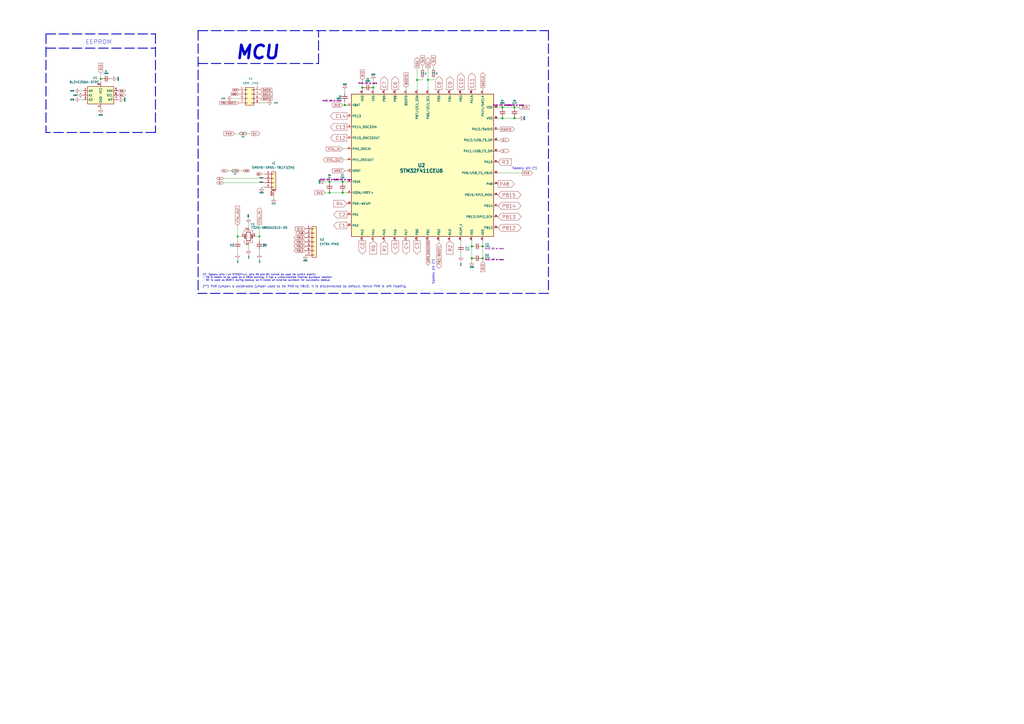
<source format=kicad_sch>
(kicad_sch (version 20210621) (generator eeschema)
  (paper "A2")
  (title_block (title "Noxary X60") (date "2021-08-26") (rev "v1.0.2") (company "Designed by Gondolindrim"))
  (lib_symbols
    (symbol "Connector_Generic:Conn_01x07" (pin_names (offset 1.016) hide)
      (property "Reference" "J" (at 0 10.16 0))
      (property "Value" "Conn_01x07" (at 0 -10.16 0))
      (symbol "Conn_01x07_1_1"
        (rectangle (start -1.27 -7.493) (end 0 -7.747) (stroke (width 0.1524)))
        (rectangle (start -1.27 -4.953) (end 0 -5.207) (stroke (width 0.1524)))
        (rectangle (start -1.27 -2.413) (end 0 -2.667) (stroke (width 0.1524)))
        (rectangle (start -1.27 0.127) (end 0 -0.127) (stroke (width 0.1524)))
        (rectangle (start -1.27 2.667) (end 0 2.413) (stroke (width 0.1524)))
        (rectangle (start -1.27 5.207) (end 0 4.953) (stroke (width 0.1524)))
        (rectangle (start -1.27 7.747) (end 0 7.493) (stroke (width 0.1524)))
        (rectangle (start -1.27 8.89) (end 1.27 -8.89) (stroke (width 0.254)) (fill (type background)))
        (pin passive line (at -5.08 7.62 0) (length 3.81) (name "Pin_1") (number "1"))
        (pin passive line (at -5.08 5.08 0) (length 3.81) (name "Pin_2") (number "2"))
        (pin passive line (at -5.08 2.54 0) (length 3.81) (name "Pin_3") (number "3"))
        (pin passive line (at -5.08 0 0) (length 3.81) (name "Pin_4") (number "4"))
        (pin passive line (at -5.08 -2.54 0) (length 3.81) (name "Pin_5") (number "5"))
        (pin passive line (at -5.08 -5.08 0) (length 3.81) (name "Pin_6") (number "6"))
        (pin passive line (at -5.08 -7.62 0) (length 3.81) (name "Pin_7") (number "7"))
      )
    )
    (symbol "Connector_Generic:Conn_02x04_Odd_Even" (pin_names (offset 1.016) hide)
      (property "Reference" "J" (at 1.27 5.08 0))
      (property "Value" "Conn_02x04_Odd_Even" (at 1.27 -7.62 0))
      (symbol "Conn_02x04_Odd_Even_1_1"
        (rectangle (start -1.27 -4.953) (end 0 -5.207) (stroke (width 0.1524)))
        (rectangle (start -1.27 -2.413) (end 0 -2.667) (stroke (width 0.1524)))
        (rectangle (start -1.27 0.127) (end 0 -0.127) (stroke (width 0.1524)))
        (rectangle (start -1.27 2.667) (end 0 2.413) (stroke (width 0.1524)))
        (rectangle (start 3.81 -4.953) (end 2.54 -5.207) (stroke (width 0.1524)))
        (rectangle (start 3.81 -2.413) (end 2.54 -2.667) (stroke (width 0.1524)))
        (rectangle (start 3.81 0.127) (end 2.54 -0.127) (stroke (width 0.1524)))
        (rectangle (start 3.81 2.667) (end 2.54 2.413) (stroke (width 0.1524)))
        (rectangle (start -1.27 3.81) (end 3.81 -6.35) (stroke (width 0.254)) (fill (type background)))
        (pin passive line (at -5.08 2.54 0) (length 3.81) (name "Pin_1") (number "1"))
        (pin passive line (at 7.62 2.54 180) (length 3.81) (name "Pin_2") (number "2"))
        (pin passive line (at -5.08 0 0) (length 3.81) (name "Pin_3") (number "3"))
        (pin passive line (at 7.62 0 180) (length 3.81) (name "Pin_4") (number "4"))
        (pin passive line (at -5.08 -2.54 0) (length 3.81) (name "Pin_5") (number "5"))
        (pin passive line (at 7.62 -2.54 180) (length 3.81) (name "Pin_6") (number "6"))
        (pin passive line (at -5.08 -5.08 0) (length 3.81) (name "Pin_7") (number "7"))
        (pin passive line (at 7.62 -5.08 180) (length 3.81) (name "Pin_8") (number "8"))
      )
    )
    (symbol "Connector_Generic_MountingPin:Conn_01x04_MountingPin" (pin_names (offset 1.016) hide)
      (property "Reference" "J" (at 0 5.08 0))
      (property "Value" "Conn_01x04_MountingPin" (at 1.27 -7.62 0))
      (symbol "Conn_01x04_MountingPin_1_1"
        (text "Mounting" (at 0 -6.731 0) (effects (font (size 0.381 0.381))))
        (rectangle (start -1.27 -4.953) (end 0 -5.207) (stroke (width 0.1524)))
        (rectangle (start -1.27 -2.413) (end 0 -2.667) (stroke (width 0.1524)))
        (rectangle (start -1.27 0.127) (end 0 -0.127) (stroke (width 0.1524)))
        (rectangle (start -1.27 2.667) (end 0 2.413) (stroke (width 0.1524)))
        (rectangle (start -1.27 3.81) (end 1.27 -6.35) (stroke (width 0.254)) (fill (type background)))
        (polyline (pts (xy -1.016 -7.112) (xy 1.016 -7.112)) (stroke (width 0.1524)))
        (pin passive line (at -5.08 2.54 0) (length 3.81) (name "Pin_1") (number "1"))
        (pin passive line (at -5.08 0 0) (length 3.81) (name "Pin_2") (number "2"))
        (pin passive line (at -5.08 -2.54 0) (length 3.81) (name "Pin_3") (number "3"))
        (pin passive line (at -5.08 -5.08 0) (length 3.81) (name "Pin_4") (number "4"))
        (pin passive line (at 0 -10.16 90) (length 3.048) (name "MountPin") (number "MP"))
      )
    )
    (symbol "Device:C_Small" (pin_numbers hide) (pin_names (offset 0.254) hide)
      (property "Reference" "C" (at 0.254 1.778 0))
      (property "Value" "C_Small" (at 0.254 -2.032 0))
      (symbol "C_Small_0_1"
        (polyline (pts (xy -1.524 -0.508) (xy 1.524 -0.508)) (stroke (width 0.3302)))
        (polyline (pts (xy -1.524 0.508) (xy 1.524 0.508)) (stroke (width 0.3048)))
      )
      (symbol "C_Small_1_1"
        (pin passive line (at 0 2.54 270) (length 2.032) (name "~") (number "1"))
        (pin passive line (at 0 -2.54 90) (length 2.032) (name "~") (number "2"))
      )
    )
    (symbol "Device:Crystal_GND24" (pin_names (offset 1.016) hide)
      (property "Reference" "Y" (at 3.175 5.08 0))
      (property "Value" "Crystal_GND24" (at 3.175 3.175 0))
      (symbol "Crystal_GND24_0_1"
        (rectangle (start -1.143 2.54) (end 1.143 -2.54) (stroke (width 0.3048)))
        (polyline (pts (xy -2.54 0) (xy -2.032 0)))
        (polyline (pts (xy -2.032 -1.27) (xy -2.032 1.27)) (stroke (width 0.508)))
        (polyline (pts (xy 0 -3.81) (xy 0 -3.556)))
        (polyline (pts (xy 0 3.556) (xy 0 3.81)))
        (polyline (pts (xy 2.032 -1.27) (xy 2.032 1.27)) (stroke (width 0.508)))
        (polyline (pts (xy 2.032 0) (xy 2.54 0)))
        (polyline (pts (xy -2.54 -2.286) (xy -2.54 -3.556) (xy 2.54 -3.556) (xy 2.54 -2.286)))
        (polyline (pts (xy -2.54 2.286) (xy -2.54 3.556) (xy 2.54 3.556) (xy 2.54 2.286)))
      )
      (symbol "Crystal_GND24_1_1"
        (pin passive line (at -3.81 0 0) (length 1.27) (name "1") (number "1"))
        (pin passive line (at 0 5.08 270) (length 1.27) (name "2") (number "2"))
        (pin passive line (at 3.81 0 180) (length 1.27) (name "3") (number "3"))
        (pin passive line (at 0 -5.08 90) (length 1.27) (name "4") (number "4"))
      )
    )
    (symbol "Device:R_Small" (pin_numbers hide) (pin_names (offset 0.254) hide)
      (property "Reference" "R" (at 0.762 0.508 0))
      (property "Value" "R_Small" (at 0.762 -1.016 0))
      (symbol "R_Small_0_1"
        (rectangle (start -0.762 1.778) (end 0.762 -1.778) (stroke (width 0.2032)))
      )
      (symbol "R_Small_1_1"
        (pin passive line (at 0 2.54 270) (length 0.762) (name "~") (number "1"))
        (pin passive line (at 0 -2.54 90) (length 0.762) (name "~") (number "2"))
      )
    )
    (symbol "Memory_EEPROM:24LC256"
      (property "Reference" "U" (at -6.35 6.35 0))
      (property "Value" "24LC256" (at 1.27 6.35 0))
      (symbol "24LC256_1_1"
        (rectangle (start -7.62 5.08) (end 7.62 -5.08) (stroke (width 0.254)) (fill (type background)))
        (pin input line (at -10.16 2.54 0) (length 2.54) (name "A0") (number "1"))
        (pin input line (at -10.16 0 0) (length 2.54) (name "A1") (number "2"))
        (pin input line (at -10.16 -2.54 0) (length 2.54) (name "A2") (number "3"))
        (pin power_in line (at 0 -7.62 90) (length 2.54) (name "GND") (number "4"))
        (pin bidirectional line (at 10.16 2.54 180) (length 2.54) (name "SDA") (number "5"))
        (pin input line (at 10.16 0 180) (length 2.54) (name "SCL") (number "6"))
        (pin input line (at 10.16 -2.54 180) (length 2.54) (name "WP") (number "7"))
        (pin power_in line (at 0 7.62 270) (length 2.54) (name "VCC") (number "8"))
      )
    )
    (symbol "acheron_Symbols:STM32F411-48"
      (property "Reference" "U2" (at 0 1.905 0))
      (property "Value" "STM32F411-48" (at 0 -2.54 0))
      (symbol "STM32F411-48_0_1"
        (rectangle (start 41.91 41.91) (end -40.64 -40.64) (stroke (width 0.3048)) (fill (type background)))
      )
      (symbol "STM32F411-48_1_1"
        (pin power_in line (at -43.18 35.56 0) (length 2.54) (name "VBAT") (number "1"))
        (pin bidirectional line (at -43.18 -21.59 0) (length 2.54) (name "PA0-WKUP") (number "10"))
        (pin bidirectional line (at -43.18 -27.94 0) (length 2.54) (name "PA1") (number "11"))
        (pin bidirectional line (at -43.18 -34.29 0) (length 2.54) (name "PA2") (number "12"))
        (pin bidirectional line (at -34.29 -43.18 90) (length 2.54) (name "PA3") (number "13"))
        (pin bidirectional line (at -27.94 -43.18 90) (length 2.54) (name "PA4") (number "14"))
        (pin bidirectional line (at -21.59 -43.18 90) (length 2.54) (name "PA5") (number "15"))
        (pin bidirectional line (at -15.24 -43.18 90) (length 2.54) (name "PA6") (number "16"))
        (pin bidirectional line (at -8.89 -43.18 90) (length 2.54) (name "PA7") (number "17"))
        (pin bidirectional line (at -2.54 -43.18 90) (length 2.54) (name "PB0") (number "18"))
        (pin bidirectional line (at 3.81 -43.18 90) (length 2.54) (name "PB1") (number "19"))
        (pin bidirectional line (at -43.18 29.21 0) (length 2.54) (name "PC13") (number "2"))
        (pin bidirectional line (at 10.16 -43.18 90) (length 2.54) (name "PB2") (number "20"))
        (pin bidirectional line (at 16.51 -43.18 90) (length 2.54) (name "B10") (number "21"))
        (pin output line (at 22.86 -43.18 90) (length 2.54) (name "VCAP_1") (number "22"))
        (pin power_out line (at 29.21 -43.18 90) (length 2.54) (name "VSS") (number "23"))
        (pin power_in line (at 35.56 -43.18 90) (length 2.54) (name "VDD") (number "24"))
        (pin bidirectional line (at 44.45 -35.56 180) (length 2.54) (name "PB12") (number "25"))
        (pin bidirectional line (at 44.45 -29.21 180) (length 2.54) (name "PB13") (number "26") (alternate "PB13/SPI2_SCK" bidirectional line))
        (pin bidirectional line (at 44.45 -22.86 180) (length 2.54) (name "PB14") (number "27"))
        (pin bidirectional line (at 44.45 -16.51 180) (length 2.54) (name "PB15") (number "28") (alternate "PB15/SPI2_MOSI" bidirectional line))
        (pin bidirectional line (at 44.45 -10.16 180) (length 2.54) (name "PA8") (number "29"))
        (pin bidirectional line (at -43.18 22.86 0) (length 2.54) (name "PC14_OSC32IN") (number "3"))
        (pin bidirectional line (at 44.45 -3.81 180) (length 2.54) (name "PA9") (number "30") (alternate "PA9/USB_FS_VBUS" bidirectional line))
        (pin bidirectional line (at 44.45 2.54 180) (length 2.54) (name "PA10") (number "31"))
        (pin bidirectional line (at 44.45 8.89 180) (length 2.54) (name "PA11") (number "32") (alternate "PA11/USB_FS_DM" bidirectional line))
        (pin bidirectional line (at 44.45 15.24 180) (length 2.54) (name "PA12") (number "33") (alternate "PA12/USB_FS_DP" bidirectional line))
        (pin bidirectional line (at 44.45 21.59 180) (length 2.54) (name "PA13") (number "34") (alternate "PA12/SWDIO" bidirectional line))
        (pin power_in line (at 44.45 27.94 180) (length 2.54) (name "VSS") (number "35"))
        (pin power_out line (at 44.45 34.29 180) (length 2.54) (name "VDD") (number "36"))
        (pin bidirectional line (at 35.56 44.45 270) (length 2.54) (name "PA14") (number "37") (alternate "PA14/SWCLK" output line))
        (pin bidirectional line (at 29.21 44.45 270) (length 2.54) (name "PA15") (number "38"))
        (pin bidirectional line (at 22.86 44.45 270) (length 2.54) (name "PB3") (number "39"))
        (pin bidirectional line (at -43.18 16.51 0) (length 2.54) (name "PC15_OSC32OUT") (number "4"))
        (pin bidirectional line (at 16.51 44.45 270) (length 2.54) (name "PB4") (number "40"))
        (pin bidirectional line (at 10.16 44.45 270) (length 2.54) (name "PB5") (number "41"))
        (pin bidirectional line (at 3.81 44.45 270) (length 2.54) (name "PB6") (number "42") (alternate "PB6/I2C1_SCL" bidirectional line))
        (pin bidirectional line (at -2.54 44.45 270) (length 2.54) (name "PB7") (number "43") (alternate "PB7/I2C1_SDA" bidirectional line))
        (pin input line (at -8.89 44.45 270) (length 2.54) (name "BOOT0") (number "44"))
        (pin bidirectional line (at -15.24 44.45 270) (length 2.54) (name "PB8") (number "45"))
        (pin input line (at -21.59 44.45 270) (length 2.54) (name "PB9") (number "46"))
        (pin power_in line (at -27.94 44.45 270) (length 2.54) (name "VSS") (number "47"))
        (pin power_out line (at -34.29 44.45 270) (length 2.54) (name "VDD") (number "48"))
        (pin input line (at -43.18 10.16 0) (length 2.54) (name "PH0_OSCIN") (number "5"))
        (pin output line (at -43.18 3.81 0) (length 2.54) (name "PH1_OSCOUT") (number "6"))
        (pin input inverted (at -43.18 -2.54 0) (length 2.54) (name "NRST") (number "7"))
        (pin power_in line (at -43.18 -8.89 0) (length 2.54) (name "VSSA") (number "8"))
        (pin power_in line (at -43.18 -15.24 0) (length 2.54) (name "VDDA/VREF+") (number "9"))
      )
    )
    (symbol "power:GND" (power) (pin_names (offset 0))
      (property "Value" "GND" (at 0 -3.81 0))
      (symbol "GND_0_1"
        (polyline (pts (xy 0 0) (xy 0 -1.27) (xy 1.27 -1.27) (xy 0 -2.54) (xy -1.27 -1.27) (xy 0 -1.27)))
      )
      (symbol "GND_1_1"
        (pin power_in line (at 0 0 270) (length 0) hide (name "GND") (number "1"))
      )
    )
  )
  (junction (at 58.42 45.72) (diameter 0.9144))
  (junction (at 137.795 137.16) (diameter 0.9144))
  (junction (at 150.495 137.16) (diameter 0.9144))
  (junction (at 191.135 105.41) (diameter 1.016))
  (junction (at 191.135 111.76) (diameter 1.016))
  (junction (at 198.755 105.41) (diameter 1.016))
  (junction (at 198.755 111.76) (diameter 1.016))
  (junction (at 200.025 60.96) (diameter 1.016))
  (junction (at 210.185 50.8) (diameter 1.016))
  (junction (at 216.535 50.8) (diameter 1.016))
  (junction (at 241.935 46.355) (diameter 0.9144))
  (junction (at 248.285 46.355) (diameter 0.9144))
  (junction (at 273.685 142.875) (diameter 1.016))
  (junction (at 273.685 149.86) (diameter 1.016))
  (junction (at 280.035 142.875) (diameter 1.016))
  (junction (at 280.035 149.86) (diameter 1.016))
  (junction (at 291.465 62.23) (diameter 1.016))
  (junction (at 291.465 68.58) (diameter 1.016))
  (junction (at 298.45 62.23) (diameter 1.016))
  (junction (at 298.45 68.58) (diameter 1.016))
  (wire (pts (xy 46.355 52.705) (xy 48.26 52.705)))
  (wire (pts (xy 46.355 57.785) (xy 48.26 57.785)))
  (wire (pts (xy 58.42 42.545) (xy 58.42 45.72)))
  (wire (pts (xy 58.42 45.72) (xy 58.42 47.625)))
  (wire (pts (xy 58.42 45.72) (xy 59.055 45.72)))
  (wire (pts (xy 64.135 45.72) (xy 64.77 45.72)))
  (wire (pts (xy 129.54 103.505) (xy 153.67 103.505)))
  (wire (pts (xy 129.54 106.045) (xy 153.67 106.045)))
  (wire (pts (xy 133.985 99.06) (xy 132.08 99.06)))
  (wire (pts (xy 134.62 57.15) (xy 138.43 57.15)))
  (wire (pts (xy 135.89 77.47) (xy 138.43 77.47)))
  (wire (pts (xy 137.795 130.81) (xy 137.795 137.16)))
  (wire (pts (xy 137.795 137.16) (xy 140.335 137.16)))
  (wire (pts (xy 137.795 139.7) (xy 137.795 137.16)))
  (wire (pts (xy 137.795 147.32) (xy 137.795 144.78)))
  (wire (pts (xy 140.97 99.06) (xy 139.065 99.06)))
  (wire (pts (xy 143.51 77.47) (xy 146.05 77.47)))
  (wire (pts (xy 144.145 129.54) (xy 144.145 132.08)))
  (wire (pts (xy 144.145 144.78) (xy 144.145 142.24)))
  (wire (pts (xy 150.495 130.175) (xy 150.495 137.16)))
  (wire (pts (xy 150.495 137.16) (xy 147.955 137.16)))
  (wire (pts (xy 150.495 139.7) (xy 150.495 137.16)))
  (wire (pts (xy 150.495 147.32) (xy 150.495 144.78)))
  (wire (pts (xy 151.765 100.965) (xy 153.67 100.965)))
  (wire (pts (xy 151.765 108.585) (xy 153.67 108.585)))
  (wire (pts (xy 154.94 59.69) (xy 151.13 59.69)))
  (wire (pts (xy 158.75 113.665) (xy 158.75 114.935)))
  (wire (pts (xy 188.595 105.41) (xy 191.135 105.41)))
  (wire (pts (xy 188.595 111.76) (xy 191.135 111.76)))
  (wire (pts (xy 191.135 105.41) (xy 191.135 106.045)))
  (wire (pts (xy 191.135 111.125) (xy 191.135 111.76)))
  (wire (pts (xy 198.755 60.96) (xy 200.025 60.96)))
  (wire (pts (xy 198.755 86.36) (xy 201.295 86.36)))
  (wire (pts (xy 198.755 92.71) (xy 201.295 92.71)))
  (wire (pts (xy 198.755 105.41) (xy 191.135 105.41)))
  (wire (pts (xy 198.755 105.41) (xy 198.755 106.045)))
  (wire (pts (xy 198.755 105.41) (xy 201.295 105.41)))
  (wire (pts (xy 198.755 111.125) (xy 198.755 111.76)))
  (wire (pts (xy 198.755 111.76) (xy 191.135 111.76)))
  (wire (pts (xy 198.755 111.76) (xy 201.295 111.76)))
  (wire (pts (xy 200.025 52.07) (xy 200.025 53.975)))
  (wire (pts (xy 200.025 59.055) (xy 200.025 60.96)))
  (wire (pts (xy 200.025 60.96) (xy 201.295 60.96)))
  (wire (pts (xy 200.025 99.06) (xy 201.295 99.06)))
  (wire (pts (xy 210.185 46.355) (xy 210.185 50.8)))
  (wire (pts (xy 210.185 50.8) (xy 210.185 52.07)))
  (wire (pts (xy 210.185 50.8) (xy 210.82 50.8)))
  (wire (pts (xy 215.9 50.8) (xy 216.535 50.8)))
  (wire (pts (xy 216.535 46.355) (xy 216.535 50.8)))
  (wire (pts (xy 216.535 50.8) (xy 216.535 52.07)))
  (wire (pts (xy 235.585 50.8) (xy 235.585 52.07)))
  (wire (pts (xy 241.935 39.37) (xy 241.935 46.355)))
  (wire (pts (xy 241.935 46.355) (xy 241.935 52.07)))
  (wire (pts (xy 245.11 38.1) (xy 245.11 40.005)))
  (wire (pts (xy 245.11 45.085) (xy 245.11 46.355)))
  (wire (pts (xy 245.11 46.355) (xy 241.935 46.355)))
  (wire (pts (xy 248.285 39.37) (xy 248.285 46.355)))
  (wire (pts (xy 248.285 46.355) (xy 248.285 52.07)))
  (wire (pts (xy 251.46 38.1) (xy 251.46 40.005)))
  (wire (pts (xy 251.46 45.085) (xy 251.46 46.355)))
  (wire (pts (xy 251.46 46.355) (xy 248.285 46.355)))
  (wire (pts (xy 254.635 139.7) (xy 254.635 140.97)))
  (wire (pts (xy 267.335 139.7) (xy 267.335 141.605)))
  (wire (pts (xy 267.335 146.685) (xy 267.335 148.59)))
  (wire (pts (xy 273.685 139.7) (xy 273.685 142.875)))
  (wire (pts (xy 273.685 142.875) (xy 273.685 149.86)))
  (wire (pts (xy 273.685 142.875) (xy 274.32 142.875)))
  (wire (pts (xy 273.685 149.86) (xy 273.685 151.765)))
  (wire (pts (xy 273.685 149.86) (xy 274.32 149.86)))
  (wire (pts (xy 279.4 142.875) (xy 280.035 142.875)))
  (wire (pts (xy 279.4 149.86) (xy 280.035 149.86)))
  (wire (pts (xy 280.035 50.8) (xy 280.035 52.07)))
  (wire (pts (xy 280.035 139.7) (xy 280.035 142.875)))
  (wire (pts (xy 280.035 149.86) (xy 280.035 142.875)))
  (wire (pts (xy 280.035 149.86) (xy 280.035 151.765)))
  (wire (pts (xy 288.925 62.23) (xy 291.465 62.23)))
  (wire (pts (xy 288.925 68.58) (xy 291.465 68.58)))
  (wire (pts (xy 288.925 74.93) (xy 290.195 74.93)))
  (wire (pts (xy 288.925 81.28) (xy 290.195 81.28)))
  (wire (pts (xy 288.925 87.63) (xy 290.195 87.63)))
  (wire (pts (xy 288.925 100.33) (xy 302.895 100.33)))
  (wire (pts (xy 291.465 62.23) (xy 291.465 62.865)))
  (wire (pts (xy 291.465 67.945) (xy 291.465 68.58)))
  (wire (pts (xy 298.45 62.23) (xy 291.465 62.23)))
  (wire (pts (xy 298.45 62.23) (xy 298.45 62.865)))
  (wire (pts (xy 298.45 62.23) (xy 300.99 62.23)))
  (wire (pts (xy 298.45 67.945) (xy 298.45 68.58)))
  (wire (pts (xy 298.45 68.58) (xy 291.465 68.58)))
  (wire (pts (xy 298.45 68.58) (xy 300.99 68.58)))
  (polyline (pts (xy 26.67 19.685) (xy 26.67 76.835)) (stroke (width 0.508) (type dash)))
  (polyline (pts (xy 26.67 19.685) (xy 90.17 19.685)) (stroke (width 0.508) (type dash)))
  (polyline (pts (xy 26.67 27.94) (xy 90.17 27.94)) (stroke (width 0.508) (type dash)))
  (polyline (pts (xy 90.17 19.685) (xy 90.17 76.835)) (stroke (width 0.508) (type dash)))
  (polyline (pts (xy 90.17 76.835) (xy 26.67 76.835)) (stroke (width 0.508) (type dash)))
  (polyline (pts (xy 114.935 17.78) (xy 114.935 170.18)) (stroke (width 0.508) (type dash)))
  (polyline (pts (xy 114.935 17.78) (xy 318.135 17.78)) (stroke (width 0.508) (type dash)))
  (polyline (pts (xy 114.935 36.83) (xy 184.785 36.83)) (stroke (width 0.508) (type dash)))
  (polyline (pts (xy 184.785 36.83) (xy 184.785 17.78)) (stroke (width 0.508) (type dash)))
  (polyline (pts (xy 318.135 17.78) (xy 318.135 170.18)) (stroke (width 0.508) (type dash)))
  (polyline (pts (xy 318.135 170.18) (xy 114.935 170.18)) (stroke (width 0.508) (type dash)))
  (text "EEPROM" (at 49.53 26.035 0) (effects (font (size 2.54 2.54)) (justify left bottom)))
  (text "(*) \"Spooky pins\": on STM32F4x1, pins A9 and B2 cannot be used for switch matrix:\n- A9 is meant to be used as a VBUS sensing. It has a undocumented internal pulldown resistor;\n- B2 is used as BOOT1 during bootup, so it needs an external pulldown for successful bootup\n" (at 117.475 163.195 0) (effects (font (size 1 1)) (justify left bottom)))
  (text "(**) PA9 jumper: a solderable jumper used to tie PA9 to VBUS. It is disconnected by default, hence PA9 is left floating" (at 117.475 167.005 0) (effects (font (size 1.27 1.27)) (justify left bottom)))
  (text "MCU" (at 162.56 34.925 180) (effects (font (size 7.62 7.62) (thickness 1.524) bold italic) (justify right bottom)))
  (text "Spooky pin (*)" (at 252.095 150.495 270) (effects (font (size 1.27 1.27)) (justify right bottom)))
  (text "Spooky pin (*)" (at 297.18 98.425 0) (effects (font (size 1.27 1.27)) (justify left bottom)))
  (label "DBUS-" (at 150.495 103.505 0) (effects (font (size 0.5 0.5))))
  (label "DBUS+" (at 150.495 106.045 0) (effects (font (size 0.5 0.5))))
  (global_label "3V3" (shape input) (at 58.42 42.545 90) (property "Intersheet References" "${INTERSHEET_REFS}" (effects hide)))
  (global_label "SDA" (shape bidirectional) (at 68.58 52.705 0) (effects (font (size 0.762 0.762))) (property "Intersheet References" "${INTERSHEET_REFS}" (effects hide)))
  (global_label "SCL" (shape bidirectional) (at 68.58 55.245 0) (effects (font (size 0.762 0.762))) (property "Intersheet References" "${INTERSHEET_REFS}" (effects hide)))
  (global_label "D-" (shape bidirectional) (at 129.54 103.505 180) (effects (font (size 0.762 0.762))) (property "Intersheet References" "${INTERSHEET_REFS}" (effects hide)))
  (global_label "D+" (shape bidirectional) (at 129.54 106.045 180) (effects (font (size 0.762 0.762))) (property "Intersheet References" "${INTERSHEET_REFS}" (effects hide)))
  (global_label "D+" (shape bidirectional) (at 132.08 99.06 180) (effects (font (size 0.762 0.762))) (property "Intersheet References" "${INTERSHEET_REFS}" (effects hide)))
  (global_label "PA9" (shape input) (at 135.89 77.47 180) (property "Intersheet References" "${INTERSHEET_REFS}" (effects hide)))
  (global_label "XTAL_OUT" (shape input) (at 137.795 130.81 90) (property "Intersheet References" "${INTERSHEET_REFS}" (effects hide)))
  (global_label "3V3" (shape input) (at 138.43 52.07 180) (effects (font (size 0.762 0.762))) (property "Intersheet References" "${INTERSHEET_REFS}" (effects hide)))
  (global_label "NRST" (shape input) (at 138.43 54.61 180) (effects (font (size 0.762 0.762))) (property "Intersheet References" "${INTERSHEET_REFS}" (effects hide)))
  (global_label "PB2{slash}BOOT1" (shape input) (at 138.43 59.69 180) (effects (font (size 1.016 1.016))) (property "Intersheet References" "${INTERSHEET_REFS}" (effects hide)))
  (global_label "3V3" (shape input) (at 140.97 99.06 0) (effects (font (size 0.762 0.762))) (property "Intersheet References" "${INTERSHEET_REFS}" (effects hide)))
  (global_label "5V" (shape output) (at 146.05 77.47 0) (property "Intersheet References" "${INTERSHEET_REFS}" (effects hide)))
  (global_label "XTAL_IN" (shape output) (at 150.495 130.175 90) (property "Intersheet References" "${INTERSHEET_REFS}" (effects hide)))
  (global_label "SWDIO" (shape input) (at 151.13 52.07 0) (effects (font (size 1.016 1.016))) (property "Intersheet References" "${INTERSHEET_REFS}" (effects hide)))
  (global_label "SWCLK" (shape input) (at 151.13 54.61 0) (effects (font (size 1.016 1.016))) (property "Intersheet References" "${INTERSHEET_REFS}" (effects hide)))
  (global_label "BOOT0" (shape input) (at 151.13 57.15 0) (effects (font (size 1.016 1.016))) (property "Intersheet References" "${INTERSHEET_REFS}" (effects hide)))
  (global_label "5V" (shape input) (at 151.765 100.965 180) (effects (font (size 0.762 0.762))) (property "Intersheet References" "${INTERSHEET_REFS}" (effects hide)))
  (global_label "3V3" (shape input) (at 177.165 132.715 180) (property "Intersheet References" "${INTERSHEET_REFS}" (effects hide)))
  (global_label "PA8" (shape bidirectional) (at 177.165 135.255 180) (effects (font (size 1 1))) (property "Intersheet References" "${INTERSHEET_REFS}" (effects hide)))
  (global_label "PB15" (shape bidirectional) (at 177.165 137.795 180) (effects (font (size 1 1))) (property "Intersheet References" "${INTERSHEET_REFS}" (effects hide)))
  (global_label "PB14" (shape bidirectional) (at 177.165 140.335 180) (effects (font (size 1 1))) (property "Intersheet References" "${INTERSHEET_REFS}" (effects hide)))
  (global_label "PB13" (shape bidirectional) (at 177.165 142.875 180) (effects (font (size 1 1))) (property "Intersheet References" "${INTERSHEET_REFS}" (effects hide)))
  (global_label "PB12" (shape bidirectional) (at 177.165 145.415 180) (effects (font (size 1 1))) (property "Intersheet References" "${INTERSHEET_REFS}" (effects hide)))
  (global_label "3V3" (shape input) (at 188.595 111.76 180) (property "Intersheet References" "${INTERSHEET_REFS}" (effects hide)))
  (global_label "3V3" (shape input) (at 198.755 60.96 180) (property "Intersheet References" "${INTERSHEET_REFS}" (effects hide)))
  (global_label "XTAL_IN" (shape input) (at 198.755 86.36 180) (property "Intersheet References" "${INTERSHEET_REFS}" (effects hide)))
  (global_label "XTAL_OUT" (shape output) (at 198.755 92.71 180) (property "Intersheet References" "${INTERSHEET_REFS}" (effects hide)))
  (global_label "NRST" (shape input) (at 200.025 99.06 180) (property "Intersheet References" "${INTERSHEET_REFS}" (effects hide)))
  (global_label "C14" (shape output) (at 201.295 67.31 180) (effects (font (size 2 2))) (property "Intersheet References" "${INTERSHEET_REFS}" (effects hide)))
  (global_label "C13" (shape output) (at 201.295 73.66 180) (effects (font (size 2 2))) (property "Intersheet References" "${INTERSHEET_REFS}" (effects hide)))
  (global_label "C12" (shape output) (at 201.295 80.01 180) (effects (font (size 2 2))) (property "Intersheet References" "${INTERSHEET_REFS}" (effects hide)))
  (global_label "R4" (shape input) (at 201.295 118.11 180) (effects (font (size 2 2))) (property "Intersheet References" "${INTERSHEET_REFS}" (effects hide)))
  (global_label "C2" (shape output) (at 201.295 124.46 180) (effects (font (size 2 2))) (property "Intersheet References" "${INTERSHEET_REFS}" (effects hide)))
  (global_label "C1" (shape output) (at 201.295 130.81 180) (effects (font (size 2 2))) (property "Intersheet References" "${INTERSHEET_REFS}" (effects hide)))
  (global_label "3V3" (shape input) (at 210.185 46.355 90) (property "Intersheet References" "${INTERSHEET_REFS}" (effects hide)))
  (global_label "C0" (shape output) (at 210.185 139.7 270) (effects (font (size 2 2))) (property "Intersheet References" "${INTERSHEET_REFS}" (effects hide)))
  (global_label "R0" (shape input) (at 216.535 139.7 270) (effects (font (size 2 2))) (property "Intersheet References" "${INTERSHEET_REFS}" (effects hide)))
  (global_label "C7" (shape output) (at 222.885 52.07 90) (effects (font (size 2 2))) (property "Intersheet References" "${INTERSHEET_REFS}" (effects hide)))
  (global_label "R1" (shape input) (at 222.885 139.7 270) (effects (font (size 2 2))) (property "Intersheet References" "${INTERSHEET_REFS}" (effects hide)))
  (global_label "C6" (shape output) (at 229.235 52.07 90) (effects (font (size 2 2))) (property "Intersheet References" "${INTERSHEET_REFS}" (effects hide)))
  (global_label "C5" (shape output) (at 229.235 139.7 270) (effects (font (size 2 2))) (property "Intersheet References" "${INTERSHEET_REFS}" (effects hide)))
  (global_label "BOOT0" (shape input) (at 235.585 50.8 90) (property "Intersheet References" "${INTERSHEET_REFS}" (effects hide)))
  (global_label "C4" (shape output) (at 235.585 139.7 270) (effects (font (size 2 2))) (property "Intersheet References" "${INTERSHEET_REFS}" (effects hide)))
  (global_label "SDA" (shape output) (at 241.935 39.37 90) (property "Intersheet References" "${INTERSHEET_REFS}" (effects hide)))
  (global_label "C3" (shape output) (at 241.935 139.7 270) (effects (font (size 2 2))) (property "Intersheet References" "${INTERSHEET_REFS}" (effects hide)))
  (global_label "3V3" (shape input) (at 245.11 38.1 90) (property "Intersheet References" "${INTERSHEET_REFS}" (effects hide)))
  (global_label "SCL" (shape output) (at 248.285 39.37 90) (property "Intersheet References" "${INTERSHEET_REFS}" (effects hide)))
  (global_label "CAPS_INDICATOR" (shape output) (at 248.285 139.7 270) (effects (font (size 1 1))) (property "Intersheet References" "${INTERSHEET_REFS}" (effects hide)))
  (global_label "3V3" (shape input) (at 251.46 38.1 90) (property "Intersheet References" "${INTERSHEET_REFS}" (effects hide)))
  (global_label "C8" (shape output) (at 254.635 52.07 90) (effects (font (size 2 2))) (property "Intersheet References" "${INTERSHEET_REFS}" (effects hide)))
  (global_label "PB2{slash}BOOT1" (shape bidirectional) (at 254.635 140.97 270) (property "Intersheet References" "${INTERSHEET_REFS}" (effects hide)))
  (global_label "C9" (shape output) (at 260.985 52.07 90) (effects (font (size 2 2))) (property "Intersheet References" "${INTERSHEET_REFS}" (effects hide)))
  (global_label "R2" (shape input) (at 260.985 139.7 270) (effects (font (size 2 2))) (property "Intersheet References" "${INTERSHEET_REFS}" (effects hide)))
  (global_label "C10" (shape output) (at 267.335 52.07 90) (effects (font (size 2 2))) (property "Intersheet References" "${INTERSHEET_REFS}" (effects hide)))
  (global_label "C11" (shape output) (at 273.685 52.07 90) (effects (font (size 2 2))) (property "Intersheet References" "${INTERSHEET_REFS}" (effects hide)))
  (global_label "SWCLK" (shape output) (at 280.035 50.8 90) (property "Intersheet References" "${INTERSHEET_REFS}" (effects hide)))
  (global_label "3V3" (shape input) (at 280.035 151.765 270) (property "Intersheet References" "${INTERSHEET_REFS}" (effects hide)))
  (global_label "R3" (shape input) (at 288.925 93.98 0) (effects (font (size 2 2))) (property "Intersheet References" "${INTERSHEET_REFS}" (effects hide)))
  (global_label "PA8" (shape output) (at 288.925 106.68 0) (effects (font (size 2 2))) (property "Intersheet References" "${INTERSHEET_REFS}" (effects hide)))
  (global_label "PB15" (shape bidirectional) (at 288.925 113.03 0) (effects (font (size 2 2))) (property "Intersheet References" "${INTERSHEET_REFS}" (effects hide)))
  (global_label "PB14" (shape bidirectional) (at 288.925 119.38 0) (effects (font (size 2 2))) (property "Intersheet References" "${INTERSHEET_REFS}" (effects hide)))
  (global_label "PB13" (shape bidirectional) (at 288.925 125.73 0) (effects (font (size 2 2))) (property "Intersheet References" "${INTERSHEET_REFS}" (effects hide)))
  (global_label "PB12" (shape bidirectional) (at 288.925 132.08 0) (effects (font (size 2 2))) (property "Intersheet References" "${INTERSHEET_REFS}" (effects hide)))
  (global_label "SWDIO" (shape output) (at 290.195 74.93 0) (property "Intersheet References" "${INTERSHEET_REFS}" (effects hide)))
  (global_label "D+" (shape bidirectional) (at 290.195 81.28 0) (effects (font (size 1.016 1.016))) (property "Intersheet References" "${INTERSHEET_REFS}" (effects hide)))
  (global_label "D-" (shape bidirectional) (at 290.195 87.63 0) (effects (font (size 1.016 1.016))) (property "Intersheet References" "${INTERSHEET_REFS}" (effects hide)))
  (global_label "3V3" (shape input) (at 300.99 62.23 0) (property "Intersheet References" "${INTERSHEET_REFS}" (effects hide)))
  (global_label "PA9" (shape output) (at 302.895 100.33 0) (property "Intersheet References" "${INTERSHEET_REFS}" (effects hide)))
  (symbol (lib_id "power:GND") (at 46.355 52.705 270) (unit 1)
    (property "Reference" "#PWR04" (effects hide))
    (property "Value" "GND" (at 41.91 52.705 90) (effects (font (size 0.762 0.762))))
  )
  (symbol (lib_id "power:GND") (at 46.355 57.785 270) (unit 1)
    (property "Reference" "#PWR07" (effects hide))
    (property "Value" "GND" (at 41.91 57.785 90) (effects (font (size 0.762 0.762))))
  )
  (symbol (lib_id "power:GND") (at 48.26 55.245 270) (unit 1)
    (property "Reference" "#PWR05" (effects hide))
    (property "Value" "GND" (at 43.815 55.245 90) (effects (font (size 0.762 0.762))))
  )
  (symbol (lib_id "power:GND") (at 58.42 62.865 0) (unit 1)
    (property "Reference" "#PWR010" (effects hide))
    (property "Value" "GND" (at 58.42 66.675 0) (effects (font (size 0.762 0.762))))
  )
  (symbol (lib_id "power:GND") (at 64.77 45.72 90) (unit 1)
    (property "Reference" "#PWR01" (effects hide))
    (property "Value" "GND" (at 68.58 45.72 0) (effects (font (size 0.762 0.762))))
  )
  (symbol (lib_id "power:GND") (at 68.58 57.785 90) (unit 1)
    (property "Reference" "#PWR08" (effects hide))
    (property "Value" "GND" (at 72.39 57.785 0) (effects (font (size 0.762 0.762))))
  )
  (symbol (lib_id "power:GND") (at 134.62 57.15 270) (unit 1)
    (property "Reference" "#PWR06" (effects hide))
    (property "Value" "GND" (at 129.54 57.15 90) (effects (font (size 0.762 0.762))))
  )
  (symbol (lib_id "power:GND") (at 137.795 147.32 0) (unit 1)
    (property "Reference" "#PWR017" (effects hide))
    (property "Value" "GND" (at 137.922 150.5712 90) (effects (font (size 0.635 0.635)) (justify right)))
  )
  (symbol (lib_id "power:GND") (at 144.145 129.54 180) (unit 1)
    (property "Reference" "#PWR015" (effects hide))
    (property "Value" "GND" (at 144.018 126.2888 90) (effects (font (size 0.635 0.635)) (justify right)))
  )
  (symbol (lib_id "power:GND") (at 144.145 144.78 0) (unit 1)
    (property "Reference" "#PWR016" (effects hide))
    (property "Value" "GND" (at 144.272 148.0312 90) (effects (font (size 0.635 0.635)) (justify right)))
  )
  (symbol (lib_id "power:GND") (at 150.495 147.32 0) (unit 1)
    (property "Reference" "#PWR018" (effects hide))
    (property "Value" "GND" (at 150.622 150.5712 90) (effects (font (size 0.635 0.635)) (justify right)))
  )
  (symbol (lib_id "power:GND") (at 151.765 108.585 0) (unit 1)
    (property "Reference" "#PWR013" (effects hide))
    (property "Value" "GND" (at 151.765 111.76 0) (effects (font (size 0.762 0.762))))
  )
  (symbol (lib_id "power:GND") (at 154.94 59.69 90) (unit 1)
    (property "Reference" "#PWR09" (effects hide))
    (property "Value" "GND" (at 160.02 59.69 90) (effects (font (size 0.762 0.762))))
  )
  (symbol (lib_id "power:GND") (at 158.75 114.935 0) (unit 1)
    (property "Reference" "#PWR014" (effects hide))
    (property "Value" "GND" (at 158.75 118.11 0) (effects (font (size 0.762 0.762))))
  )
  (symbol (lib_id "power:GND") (at 177.165 147.955 0) (unit 1)
    (property "Reference" "#PWR019" (effects hide))
    (property "Value" "GND" (at 177.165 151.13 0) (effects (font (size 0.762 0.762))))
  )
  (symbol (lib_id "power:GND") (at 188.595 105.41 270) (unit 1)
    (property "Reference" "#PWR012" (effects hide))
    (property "Value" "GND" (at 185.42 105.41 0) (effects (font (size 0.762 0.762))))
  )
  (symbol (lib_id "power:GND") (at 200.025 52.07 180) (unit 1)
    (property "Reference" "#PWR03" (effects hide))
    (property "Value" "GND" (at 200.025 48.895 0) (effects (font (size 0.762 0.762))))
  )
  (symbol (lib_id "power:GND") (at 216.535 46.355 180) (unit 1)
    (property "Reference" "#PWR02" (effects hide))
    (property "Value" "GND" (at 216.535 43.18 0) (effects (font (size 0.762 0.762))))
  )
  (symbol (lib_id "power:GND") (at 267.335 148.59 0) (unit 1)
    (property "Reference" "#PWR020" (effects hide))
    (property "Value" "GND" (at 267.335 153.3652 90) (effects (font (size 0.635 0.635))))
  )
  (symbol (lib_id "power:GND") (at 273.685 151.765 0) (unit 1)
    (property "Reference" "#PWR021" (effects hide))
    (property "Value" "GND" (at 273.685 154.94 0) (effects (font (size 0.762 0.762))))
  )
  (symbol (lib_id "power:GND") (at 300.99 68.58 90) (unit 1)
    (property "Reference" "#PWR011" (effects hide))
    (property "Value" "GND" (at 304.165 68.58 0) (effects (font (size 0.762 0.762))))
  )
  (symbol (lib_id "Device:R_Small") (at 136.525 99.06 270) (unit 1)
    (property "Reference" "R4" (at 136.525 100.965 90) (effects (font (size 0.7874 0.7874))))
    (property "Value" "1.5k" (at 136.525 99.06 90) (effects (font (size 0.7874 0.7874))))
    (property "Footprint" "Resistor_SMD:R_0402_1005Metric" (effects hide))
    (property "Package" "R0402" (effects hide))
  )
  (symbol (lib_id "Device:R_Small") (at 140.97 77.47 270) (unit 1)
    (property "Reference" "R3" (at 140.97 79.375 90) (effects (font (size 0.7874 0.7874))))
    (property "Value" "0R" (at 140.97 77.47 90) (effects (font (size 0.7874 0.7874))))
    (property "Footprint" "Resistor_SMD:R_0805_2012Metric" (effects hide))
    (property "Package" "R0805" (effects hide))
  )
  (symbol (lib_id "Device:R_Small") (at 245.11 42.545 0) (unit 1)
    (property "Reference" "R1" (at 247.015 42.5449 90) (effects (font (size 0.762 0.762))))
    (property "Value" "1.5k" (at 245.11 42.5449 90) (effects (font (size 0.762 0.762))))
    (property "Footprint" "Resistor_SMD:R_0402_1005Metric" (effects hide))
    (property "Package" "R0402" (effects hide))
  )
  (symbol (lib_id "Device:R_Small") (at 251.46 42.545 0) (unit 1)
    (property "Reference" "R2" (at 253.365 42.5449 90) (effects (font (size 0.762 0.762))))
    (property "Value" "1.5k" (at 251.46 42.5449 90) (effects (font (size 0.762 0.762))))
    (property "Footprint" "Resistor_SMD:R_0402_1005Metric" (effects hide))
    (property "Package" "R0402" (effects hide))
  )
  (symbol (lib_id "Device:C_Small") (at 61.595 45.72 270) (unit 1)
    (property "Reference" "C1" (at 61.595 41.275 90) (effects (font (size 0.762 0.762))))
    (property "Value" "100n" (at 61.595 42.545 90) (effects (font (size 0.762 0.762))))
    (property "Footprint" "Capacitor_SMD:C_0402_1005Metric" (effects hide))
    (property "Package" "C0402" (effects hide))
  )
  (symbol (lib_id "Device:C_Small") (at 137.795 142.24 0) (unit 1)
    (property "Reference" "C8" (at 133.985 142.24 90) (effects (font (size 0.7874 0.7874))))
    (property "Value" "16p" (at 135.255 142.24 90) (effects (font (size 0.7874 0.7874))))
    (property "Footprint" "Capacitor_SMD:C_0402_1005Metric" (effects hide))
    (property "Package" "C0402" (effects hide))
    (property "Description" "MLCC 10V or more" (effects hide))
  )
  (symbol (lib_id "Device:C_Small") (at 150.495 142.24 0) (mirror y) (unit 1)
    (property "Reference" "C9" (at 154.305 142.24 90) (effects (font (size 0.7874 0.7874))))
    (property "Value" "16p" (at 153.035 142.24 90) (effects (font (size 0.7874 0.7874))))
    (property "Footprint" "Capacitor_SMD:C_0402_1005Metric" (effects hide))
    (property "Package" "C0402" (effects hide))
    (property "Description" "MLCC 10V or more" (effects hide))
  )
  (symbol (lib_id "Device:C_Small") (at 191.135 108.585 180) (unit 1)
    (property "Reference" "C6" (at 191.135 101.6 0) (effects (font (size 0.762 0.762))))
    (property "Value" "1u" (at 191.135 102.87 0) (effects (font (size 0.762 0.762))))
    (property "Footprint" "Capacitor_SMD:C_0402_1005Metric" (effects hide))
    (property "Package" "C0402" (effects hide))
    (property "Specification" "MLCC 10V or more" (at 191.135 104.14 0) (effects (font (size 0.762 0.762))))
  )
  (symbol (lib_id "Device:C_Small") (at 198.755 108.585 180) (unit 1)
    (property "Reference" "C7" (at 198.755 101.6 0) (effects (font (size 0.762 0.762))))
    (property "Value" "10n" (at 198.755 102.87 0) (effects (font (size 0.762 0.762))))
    (property "Footprint" "Capacitor_SMD:C_0402_1005Metric" (effects hide))
    (property "Package" "C0402" (effects hide))
    (property "Specification" "MLCC 10V or more" (at 198.755 104.14 0) (effects (font (size 0.762 0.762))))
  )
  (symbol (lib_id "Device:C_Small") (at 200.025 56.515 180) (unit 1)
    (property "Reference" "C3" (at 198.12 55.88 0) (effects (font (size 0.762 0.762)) (justify left)))
    (property "Value" "100n" (at 198.12 57.15 0) (effects (font (size 0.762 0.762)) (justify left)))
    (property "Footprint" "Capacitor_SMD:C_0402_1005Metric" (effects hide))
    (property "Package" "C0402" (effects hide))
    (property "Specification" "MLCC 10V or more" (at 198.12 58.42 0) (effects (font (size 0.762 0.762)) (justify left)))
  )
  (symbol (lib_id "Device:C_Small") (at 213.36 50.8 90) (unit 1)
    (property "Reference" "C2" (at 213.36 45.72 90) (effects (font (size 0.762 0.762))))
    (property "Value" "100n" (at 213.36 46.99 90) (effects (font (size 0.762 0.762))))
    (property "Footprint" "Capacitor_SMD:C_0402_1005Metric" (effects hide))
    (property "Package" "C0402" (effects hide))
    (property "Specification" "MLCC 10V or more" (at 213.36 48.26 90) (effects (font (size 0.762 0.762))))
  )
  (symbol (lib_id "Device:C_Small") (at 267.335 144.145 180) (unit 1)
    (property "Reference" "C11" (at 269.875 143.51 0) (effects (font (size 0.7874 0.7874)) (justify right)))
    (property "Value" "2.2u" (at 269.875 144.78 0) (effects (font (size 0.7874 0.7874)) (justify right)))
    (property "Footprint" "Capacitor_SMD:C_0402_1005Metric" (effects hide))
    (property "Package" "C0402" (effects hide))
    (property "Description" "MLCC 10V or more" (effects hide))
  )
  (symbol (lib_id "Device:C_Small") (at 276.86 142.875 90) (unit 1)
    (property "Reference" "C10" (at 281.305 141.605 90) (effects (font (size 0.762 0.762)) (justify right)))
    (property "Value" "100n" (at 281.305 142.875 90) (effects (font (size 0.762 0.762)) (justify right)))
    (property "Footprint" "Capacitor_SMD:C_0402_1005Metric" (effects hide))
    (property "Package" "C0402" (effects hide))
    (property "Specification" "MLCC 10V or more" (at 281.305 144.145 90) (effects (font (size 0.762 0.762)) (justify right)))
  )
  (symbol (lib_id "Device:C_Small") (at 276.86 149.86 90) (unit 1)
    (property "Reference" "C12" (at 281.305 147.955 90) (effects (font (size 0.762 0.762)) (justify right)))
    (property "Value" "4.7u" (at 281.305 149.225 90) (effects (font (size 0.762 0.762)) (justify right)))
    (property "Footprint" "Capacitor_SMD:C_0402_1005Metric" (effects hide))
    (property "Package" "C0402" (effects hide))
    (property "Specification" "MLCC 10V or more" (at 281.305 150.495 90) (effects (font (size 0.762 0.762)) (justify right)))
  )
  (symbol (lib_id "Device:C_Small") (at 291.465 65.405 180) (unit 1)
    (property "Reference" "C4" (at 291.465 58.42 0) (effects (font (size 0.762 0.762))))
    (property "Value" "100n" (at 291.465 59.69 0) (effects (font (size 0.762 0.762))))
    (property "Footprint" "Capacitor_SMD:C_0402_1005Metric" (effects hide))
    (property "Package" "C0402" (effects hide))
    (property "Specification" "MLCC 10V or more" (at 291.465 60.96 0) (effects (font (size 0.762 0.762))))
  )
  (symbol (lib_id "Device:C_Small") (at 298.45 65.405 180) (unit 1)
    (property "Reference" "C5" (at 298.45 58.42 0) (effects (font (size 0.762 0.762))))
    (property "Value" "4.7u" (at 298.45 59.69 0) (effects (font (size 0.762 0.762))))
    (property "Footprint" "Capacitor_SMD:C_0402_1005Metric" (effects hide))
    (property "Package" "C0402" (effects hide))
    (property "Specification" "MLCC 10V or more" (at 298.45 60.96 0) (effects (font (size 0.762 0.762))))
  )
  (symbol (lib_id "Device:Crystal_GND24") (at 144.145 137.16 0) (unit 1)
    (property "Reference" "Y1" (at 145.415 130.1749 0) (effects (justify left)))
    (property "Value" "7325-0800A2010-00" (at 145.415 132.0799 0) (effects (justify left)))
    (property "Footprint" "acheron_Components:Crystal_SMD_3225-4Pin_3.2x2.5mm" (effects hide))
    (property "Manufacturer" "XTY" (effects hide))
    (property "Vendor Part Number" "LCSC C389817 (https://lcsc.com/product-detail/Crystals_XTY-7325-0800A2010-00_C389817.html)" (effects hide))
    (property "Package" "Y_3225_4P" (effects hide))
    (property "Description" "8MHz 3225-4P oscillator crystal" (effects hide))
  )
  (symbol (lib_id "Connector_Generic_MountingPin:Conn_01x04_MountingPin") (at 158.75 103.505 0) (unit 1)
    (property "Reference" "J1" (at 157.48 94.615 0) (effects (justify left)))
    (property "Value" "SM04B-SRSS-TB(LF)(SN)" (at 146.05 97.155 0) (effects (justify left)))
    (property "Footprint" "acheron_Connectors:SM04B-SRSS-TB(LF)(SN)_mounting-reliefs" (effects hide))
    (property "Manufacturer" "JST" (effects hide))
    (property "Manufacturer Part Number" "SM04B-SRSS-TB(LF)(SN)" (effects hide))
    (property "Vendor Part Number" "LCSC C160404" (effects hide))
    (property "Description" "Surface-mounted 4-pin wire-to-board female connector" (effects hide))
  )
  (symbol (lib_id "Connector_Generic:Conn_01x07") (at 182.245 140.335 0) (unit 1)
    (property "Reference" "X2" (at 185.42 139.0649 0) (effects (justify left)))
    (property "Value" "EXTRA PINS" (at 185.42 141.6049 0) (effects (justify left)))
    (property "Footprint" "acheron_Connectors:PinHeader_1x7_P2.54mm_Vertical" (effects hide))
  )
  (symbol (lib_id "Connector_Generic:Conn_02x04_Odd_Even") (at 143.51 54.61 0) (unit 1) (in_bom no)
    (property "Reference" "X1" (at 145.415 45.72 0))
    (property "Value" "ARM JTAG" (at 145.415 48.26 0))
    (property "Footprint" "acheron_Connectors:PinHeader_2x4_P2.54mm_Vertical_Staggered" (effects hide))
    (property "Specification" "2.54mm pitch 2x4 through hole pin header, staggered" (effects hide))
  )
  (symbol (lib_id "Memory_EEPROM:24LC256") (at 58.42 55.245 0) (unit 1)
    (property "Reference" "U1" (at 55.245 45.085 0))
    (property "Value" "BL24C256A-SFRC" (at 48.895 47.625 0))
    (property "Footprint" "acheron_Components:TSSOP-8_4.4x3mm_P0.65mm" (effects hide))
    (property "Datasheet" "https://datasheet.lcsc.com/lcsc/1811152228_BL-Shanghai-Belling-BL24C256A-SFRC_C110276.pdf" (effects hide))
    (property "Manufacturer" "Shanghai Belling" (effects hide))
    (property "Manufacturer Part Number" "BL24C256A-SFRC" (effects hide))
    (property "Package" "TSSOP-8" (effects hide))
    (property "Vendor Part Number" "LCSC C691875 (https://lcsc.com/product-detail/EEPROM_BL-Shanghai-Belling-BL24C256A-NTRC_C691875.html)" (effects hide))
    (property "Description" "TSSOP-8 non-volatile 256Kb (32K x 8) I2C EEPROM" (effects hide))
  )
  (symbol (lib_id "acheron_Symbols:STM32F411-48") (at 244.475 96.52 0) (unit 1)
    (property "Reference" "U2" (at 244.475 95.885 0) (effects (font (size 2.0066 2.0066) bold)))
    (property "Value" "STM32F411CEU6" (at 244.475 99.06 0) (effects (font (size 2.0066 2.0066) bold)))
    (property "Footprint" "acheron_Components:STM_UFQFPN-48_LQFP-48-1EP_7x7mm_P0.5mm_HandSoldering" (effects hide))
    (property "Datasheet" "https://www.st.com/resource/en/datasheet/stm32f411ce.pdf" (effects hide))
    (property "Manufacturer" "STMicroelectronics" (effects hide))
    (property "Manufacturer Part Number" "STM32F411" (effects hide))
    (property "Package" "UFQFPN-48" (effects hide))
    (property "Description" "32-bit ARM Cortex-M0+ 128kBytes flash microcontroller" (effects hide))
    (property "Vendor Part Number" "LCSC C60420 (https://lcsc.com/product-detail/ST-Microelectronics_STMicroelectronics-STM32F411CEU6_C60420.html)" (effects hide))
    (pin "26" (alternate "PB13/SPI2_SCK"))
    (pin "28" (alternate "PB15/SPI2_MOSI"))
    (pin "30" (alternate "PA9/USB_FS_VBUS"))
    (pin "32" (alternate "PA11/USB_FS_DM"))
    (pin "33" (alternate "PA12/USB_FS_DP"))
    (pin "34" (alternate "PA12/SWDIO"))
    (pin "37" (alternate "PA14/SWCLK"))
    (pin "42" (alternate "PB6/I2C1_SCL"))
    (pin "43" (alternate "PB7/I2C1_SDA"))
  )
)
</source>
